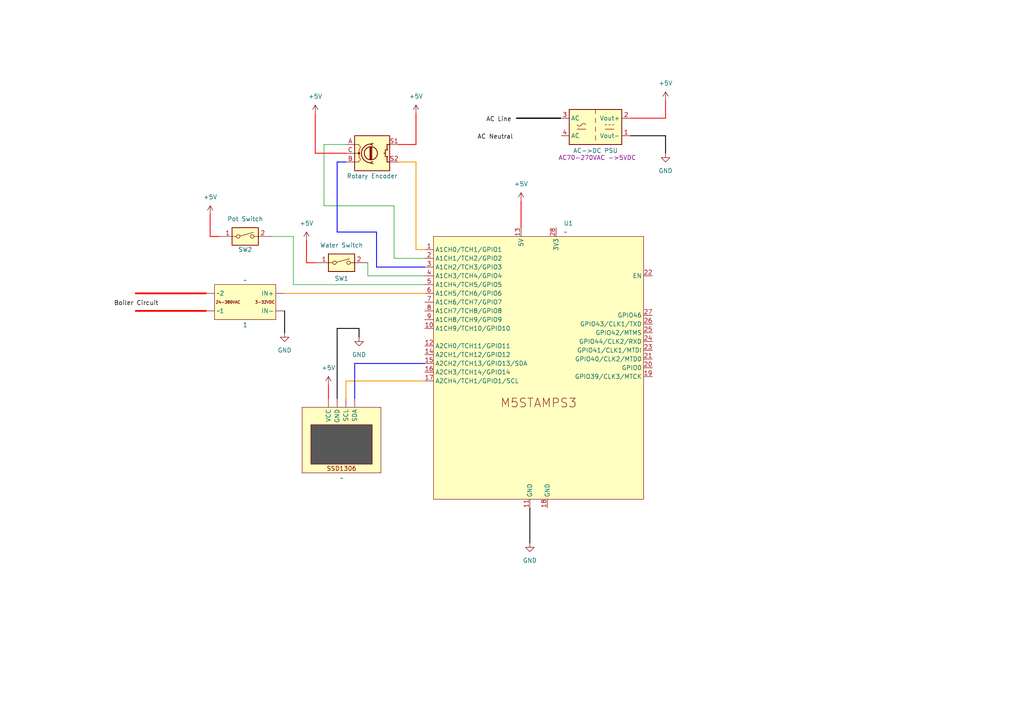
<source format=kicad_sch>
(kicad_sch
	(version 20250114)
	(generator "eeschema")
	(generator_version "9.0")
	(uuid "8770c57a-2347-4353-ab82-799d45d85d3c")
	(paper "A4")
	(lib_symbols
		(symbol "Converter_ACDC:TMLM05105"
			(exclude_from_sim no)
			(in_bom yes)
			(on_board yes)
			(property "Reference" "PS"
				(at 0 6.35 0)
				(effects
					(font
						(size 1.27 1.27)
					)
				)
			)
			(property "Value" "TMLM05105"
				(at 0 -6.35 0)
				(effects
					(font
						(size 1.27 1.27)
					)
				)
			)
			(property "Footprint" "Converter_ACDC:Converter_ACDC_TRACO_TMLM-05_THT"
				(at 0 -8.89 0)
				(effects
					(font
						(size 1.27 1.27)
					)
					(hide yes)
				)
			)
			(property "Datasheet" "https://www.tracopower.com/products/tmlm.pdf"
				(at 0 0 0)
				(effects
					(font
						(size 1.27 1.27)
					)
					(hide yes)
				)
			)
			(property "Description" "5V 1000mA AC/DC low noise power module"
				(at 0 0 0)
				(effects
					(font
						(size 1.27 1.27)
					)
					(hide yes)
				)
			)
			(property "ki_keywords" "Traco Power 5W AC-DC module power supply"
				(at 0 0 0)
				(effects
					(font
						(size 1.27 1.27)
					)
					(hide yes)
				)
			)
			(property "ki_fp_filters" "Converter*ACDC*TRACO*TMLM*05*"
				(at 0 0 0)
				(effects
					(font
						(size 1.27 1.27)
					)
					(hide yes)
				)
			)
			(symbol "TMLM05105_0_1"
				(rectangle
					(start -7.62 5.08)
					(end 7.62 -5.08)
					(stroke
						(width 0.254)
						(type default)
					)
					(fill
						(type background)
					)
				)
				(polyline
					(pts
						(xy -5.334 -0.635) (xy -2.794 -0.635)
					)
					(stroke
						(width 0)
						(type default)
					)
					(fill
						(type none)
					)
				)
				(arc
					(start -4.064 0.635)
					(mid -4.699 0.2495)
					(end -5.334 0.635)
					(stroke
						(width 0)
						(type default)
					)
					(fill
						(type none)
					)
				)
				(arc
					(start -4.064 0.635)
					(mid -3.429 1.0072)
					(end -2.794 0.635)
					(stroke
						(width 0)
						(type default)
					)
					(fill
						(type none)
					)
				)
				(polyline
					(pts
						(xy 0 5.08) (xy 0 3.81)
					)
					(stroke
						(width 0)
						(type default)
					)
					(fill
						(type none)
					)
				)
				(polyline
					(pts
						(xy 0 2.54) (xy 0 1.27)
					)
					(stroke
						(width 0)
						(type default)
					)
					(fill
						(type none)
					)
				)
				(polyline
					(pts
						(xy 0 0) (xy 0 -1.27)
					)
					(stroke
						(width 0)
						(type default)
					)
					(fill
						(type none)
					)
				)
				(polyline
					(pts
						(xy 0 -2.54) (xy 0 -3.81)
					)
					(stroke
						(width 0)
						(type default)
					)
					(fill
						(type none)
					)
				)
				(polyline
					(pts
						(xy 2.794 0.635) (xy 3.302 0.635)
					)
					(stroke
						(width 0)
						(type default)
					)
					(fill
						(type none)
					)
				)
				(polyline
					(pts
						(xy 2.794 -0.635) (xy 5.334 -0.635)
					)
					(stroke
						(width 0)
						(type default)
					)
					(fill
						(type none)
					)
				)
				(polyline
					(pts
						(xy 3.81 0.635) (xy 4.318 0.635)
					)
					(stroke
						(width 0)
						(type default)
					)
					(fill
						(type none)
					)
				)
				(polyline
					(pts
						(xy 4.826 0.635) (xy 5.334 0.635)
					)
					(stroke
						(width 0)
						(type default)
					)
					(fill
						(type none)
					)
				)
			)
			(symbol "TMLM05105_1_1"
				(pin power_in line
					(at -10.16 2.54 0)
					(length 2.54)
					(name "AC"
						(effects
							(font
								(size 1.27 1.27)
							)
						)
					)
					(number "3"
						(effects
							(font
								(size 1.27 1.27)
							)
						)
					)
				)
				(pin power_in line
					(at -10.16 -2.54 0)
					(length 2.54)
					(name "AC"
						(effects
							(font
								(size 1.27 1.27)
							)
						)
					)
					(number "4"
						(effects
							(font
								(size 1.27 1.27)
							)
						)
					)
				)
				(pin power_out line
					(at 10.16 2.54 180)
					(length 2.54)
					(name "Vout+"
						(effects
							(font
								(size 1.27 1.27)
							)
						)
					)
					(number "2"
						(effects
							(font
								(size 1.27 1.27)
							)
						)
					)
				)
				(pin power_out line
					(at 10.16 -2.54 180)
					(length 2.54)
					(name "Vout-"
						(effects
							(font
								(size 1.27 1.27)
							)
						)
					)
					(number "1"
						(effects
							(font
								(size 1.27 1.27)
							)
						)
					)
				)
			)
			(embedded_fonts no)
		)
		(symbol "Device:RotaryEncoder_Switch"
			(pin_names
				(offset 0.254)
				(hide yes)
			)
			(exclude_from_sim no)
			(in_bom yes)
			(on_board yes)
			(property "Reference" "SW"
				(at 0 6.604 0)
				(effects
					(font
						(size 1.27 1.27)
					)
				)
			)
			(property "Value" "RotaryEncoder_Switch"
				(at 0 -6.604 0)
				(effects
					(font
						(size 1.27 1.27)
					)
				)
			)
			(property "Footprint" ""
				(at -3.81 4.064 0)
				(effects
					(font
						(size 1.27 1.27)
					)
					(hide yes)
				)
			)
			(property "Datasheet" "~"
				(at 0 6.604 0)
				(effects
					(font
						(size 1.27 1.27)
					)
					(hide yes)
				)
			)
			(property "Description" "Rotary encoder, dual channel, incremental quadrate outputs, with switch"
				(at 0 0 0)
				(effects
					(font
						(size 1.27 1.27)
					)
					(hide yes)
				)
			)
			(property "ki_keywords" "rotary switch encoder switch push button"
				(at 0 0 0)
				(effects
					(font
						(size 1.27 1.27)
					)
					(hide yes)
				)
			)
			(property "ki_fp_filters" "RotaryEncoder*Switch*"
				(at 0 0 0)
				(effects
					(font
						(size 1.27 1.27)
					)
					(hide yes)
				)
			)
			(symbol "RotaryEncoder_Switch_0_1"
				(rectangle
					(start -5.08 5.08)
					(end 5.08 -5.08)
					(stroke
						(width 0.254)
						(type default)
					)
					(fill
						(type background)
					)
				)
				(polyline
					(pts
						(xy -5.08 2.54) (xy -3.81 2.54) (xy -3.81 2.032)
					)
					(stroke
						(width 0)
						(type default)
					)
					(fill
						(type none)
					)
				)
				(polyline
					(pts
						(xy -5.08 0) (xy -3.81 0) (xy -3.81 -1.016) (xy -3.302 -2.032)
					)
					(stroke
						(width 0)
						(type default)
					)
					(fill
						(type none)
					)
				)
				(polyline
					(pts
						(xy -5.08 -2.54) (xy -3.81 -2.54) (xy -3.81 -2.032)
					)
					(stroke
						(width 0)
						(type default)
					)
					(fill
						(type none)
					)
				)
				(polyline
					(pts
						(xy -4.318 0) (xy -3.81 0) (xy -3.81 1.016) (xy -3.302 2.032)
					)
					(stroke
						(width 0)
						(type default)
					)
					(fill
						(type none)
					)
				)
				(circle
					(center -3.81 0)
					(radius 0.254)
					(stroke
						(width 0)
						(type default)
					)
					(fill
						(type outline)
					)
				)
				(polyline
					(pts
						(xy -0.635 -1.778) (xy -0.635 1.778)
					)
					(stroke
						(width 0.254)
						(type default)
					)
					(fill
						(type none)
					)
				)
				(circle
					(center -0.381 0)
					(radius 1.905)
					(stroke
						(width 0.254)
						(type default)
					)
					(fill
						(type none)
					)
				)
				(polyline
					(pts
						(xy -0.381 -1.778) (xy -0.381 1.778)
					)
					(stroke
						(width 0.254)
						(type default)
					)
					(fill
						(type none)
					)
				)
				(arc
					(start -0.381 -2.794)
					(mid -3.0988 -0.0635)
					(end -0.381 2.667)
					(stroke
						(width 0.254)
						(type default)
					)
					(fill
						(type none)
					)
				)
				(polyline
					(pts
						(xy -0.127 1.778) (xy -0.127 -1.778)
					)
					(stroke
						(width 0.254)
						(type default)
					)
					(fill
						(type none)
					)
				)
				(polyline
					(pts
						(xy 0.254 2.921) (xy -0.508 2.667) (xy 0.127 2.286)
					)
					(stroke
						(width 0.254)
						(type default)
					)
					(fill
						(type none)
					)
				)
				(polyline
					(pts
						(xy 0.254 -3.048) (xy -0.508 -2.794) (xy 0.127 -2.413)
					)
					(stroke
						(width 0.254)
						(type default)
					)
					(fill
						(type none)
					)
				)
				(polyline
					(pts
						(xy 3.81 1.016) (xy 3.81 -1.016)
					)
					(stroke
						(width 0.254)
						(type default)
					)
					(fill
						(type none)
					)
				)
				(polyline
					(pts
						(xy 3.81 0) (xy 3.429 0)
					)
					(stroke
						(width 0.254)
						(type default)
					)
					(fill
						(type none)
					)
				)
				(circle
					(center 4.318 1.016)
					(radius 0.127)
					(stroke
						(width 0.254)
						(type default)
					)
					(fill
						(type none)
					)
				)
				(circle
					(center 4.318 -1.016)
					(radius 0.127)
					(stroke
						(width 0.254)
						(type default)
					)
					(fill
						(type none)
					)
				)
				(polyline
					(pts
						(xy 5.08 2.54) (xy 4.318 2.54) (xy 4.318 1.016)
					)
					(stroke
						(width 0.254)
						(type default)
					)
					(fill
						(type none)
					)
				)
				(polyline
					(pts
						(xy 5.08 -2.54) (xy 4.318 -2.54) (xy 4.318 -1.016)
					)
					(stroke
						(width 0.254)
						(type default)
					)
					(fill
						(type none)
					)
				)
			)
			(symbol "RotaryEncoder_Switch_1_1"
				(pin passive line
					(at -7.62 2.54 0)
					(length 2.54)
					(name "A"
						(effects
							(font
								(size 1.27 1.27)
							)
						)
					)
					(number "A"
						(effects
							(font
								(size 1.27 1.27)
							)
						)
					)
				)
				(pin passive line
					(at -7.62 0 0)
					(length 2.54)
					(name "C"
						(effects
							(font
								(size 1.27 1.27)
							)
						)
					)
					(number "C"
						(effects
							(font
								(size 1.27 1.27)
							)
						)
					)
				)
				(pin passive line
					(at -7.62 -2.54 0)
					(length 2.54)
					(name "B"
						(effects
							(font
								(size 1.27 1.27)
							)
						)
					)
					(number "B"
						(effects
							(font
								(size 1.27 1.27)
							)
						)
					)
				)
				(pin passive line
					(at 7.62 2.54 180)
					(length 2.54)
					(name "S1"
						(effects
							(font
								(size 1.27 1.27)
							)
						)
					)
					(number "S1"
						(effects
							(font
								(size 1.27 1.27)
							)
						)
					)
				)
				(pin passive line
					(at 7.62 -2.54 180)
					(length 2.54)
					(name "S2"
						(effects
							(font
								(size 1.27 1.27)
							)
						)
					)
					(number "S2"
						(effects
							(font
								(size 1.27 1.27)
							)
						)
					)
				)
			)
			(embedded_fonts no)
		)
		(symbol "M5_Hardware:M5STAMPS3"
			(exclude_from_sim no)
			(in_bom yes)
			(on_board yes)
			(property "Reference" "U"
				(at -48.26 -2.54 0)
				(effects
					(font
						(size 1.27 1.27)
					)
				)
			)
			(property "Value" ""
				(at -48.26 -2.54 0)
				(effects
					(font
						(size 1.27 1.27)
					)
				)
			)
			(property "Footprint" ""
				(at -48.26 -2.54 0)
				(effects
					(font
						(size 1.27 1.27)
					)
					(hide yes)
				)
			)
			(property "Datasheet" ""
				(at -48.26 -2.54 0)
				(effects
					(font
						(size 1.27 1.27)
					)
					(hide yes)
				)
			)
			(property "Description" "Module M5Stack Stamp-S3"
				(at 0 0 0)
				(effects
					(font
						(size 1.27 1.27)
					)
					(hide yes)
				)
			)
			(symbol "M5STAMPS3_0_1"
				(rectangle
					(start -30.48 36.83)
					(end 30.48 -39.37)
					(stroke
						(width 0)
						(type default)
					)
					(fill
						(type background)
					)
				)
			)
			(symbol "M5STAMPS3_1_0"
				(text "M5STAMPS3\n"
					(at 0 -11.43 0)
					(effects
						(font
							(size 2.54 2.54)
						)
					)
				)
			)
			(symbol "M5STAMPS3_1_1"
				(pin bidirectional line
					(at -33.02 33.02 0)
					(length 2.54)
					(name "A1CH0/TCH1/GPIO1"
						(effects
							(font
								(size 1.27 1.27)
							)
						)
					)
					(number "1"
						(effects
							(font
								(size 1.27 1.27)
							)
						)
					)
				)
				(pin bidirectional line
					(at -33.02 30.48 0)
					(length 2.54)
					(name "A1CH1/TCH2/GPIO2"
						(effects
							(font
								(size 1.27 1.27)
							)
						)
					)
					(number "2"
						(effects
							(font
								(size 1.27 1.27)
							)
						)
					)
				)
				(pin bidirectional line
					(at -33.02 27.94 0)
					(length 2.54)
					(name "A1CH2/TCH3/GPIO3"
						(effects
							(font
								(size 1.27 1.27)
							)
						)
					)
					(number "3"
						(effects
							(font
								(size 1.27 1.27)
							)
						)
					)
				)
				(pin bidirectional line
					(at -33.02 25.4 0)
					(length 2.54)
					(name "A1CH3/TCH4/GPIO4"
						(effects
							(font
								(size 1.27 1.27)
							)
						)
					)
					(number "4"
						(effects
							(font
								(size 1.27 1.27)
							)
						)
					)
				)
				(pin bidirectional line
					(at -33.02 22.86 0)
					(length 2.54)
					(name "A1CH4/TCH5/GPIO5"
						(effects
							(font
								(size 1.27 1.27)
							)
						)
					)
					(number "5"
						(effects
							(font
								(size 1.27 1.27)
							)
						)
					)
				)
				(pin bidirectional line
					(at -33.02 20.32 0)
					(length 2.54)
					(name "A1CH5/TCH6/GPIO6"
						(effects
							(font
								(size 1.27 1.27)
							)
						)
					)
					(number "6"
						(effects
							(font
								(size 1.27 1.27)
							)
						)
					)
				)
				(pin bidirectional line
					(at -33.02 17.78 0)
					(length 2.54)
					(name "A1CH6/TCH7/GPIO7"
						(effects
							(font
								(size 1.27 1.27)
							)
						)
					)
					(number "7"
						(effects
							(font
								(size 1.27 1.27)
							)
						)
					)
				)
				(pin bidirectional line
					(at -33.02 15.24 0)
					(length 2.54)
					(name "A1CH7/TCH8/GPIO8"
						(effects
							(font
								(size 1.27 1.27)
							)
						)
					)
					(number "8"
						(effects
							(font
								(size 1.27 1.27)
							)
						)
					)
				)
				(pin bidirectional line
					(at -33.02 12.7 0)
					(length 2.54)
					(name "A1CH8/TCH9/GPIO9"
						(effects
							(font
								(size 1.27 1.27)
							)
						)
					)
					(number "9"
						(effects
							(font
								(size 1.27 1.27)
							)
						)
					)
				)
				(pin bidirectional line
					(at -33.02 10.16 0)
					(length 2.54)
					(name "A1CH9/TCH10/GPIO10"
						(effects
							(font
								(size 1.27 1.27)
							)
						)
					)
					(number "10"
						(effects
							(font
								(size 1.27 1.27)
							)
						)
					)
				)
				(pin bidirectional line
					(at -33.02 5.08 0)
					(length 2.54)
					(name "A2CH0/TCH11/GPIO11"
						(effects
							(font
								(size 1.27 1.27)
							)
						)
					)
					(number "12"
						(effects
							(font
								(size 1.27 1.27)
							)
						)
					)
				)
				(pin bidirectional line
					(at -33.02 2.54 0)
					(length 2.54)
					(name "A2CH1/TCH12/GPIO12"
						(effects
							(font
								(size 1.27 1.27)
							)
						)
					)
					(number "14"
						(effects
							(font
								(size 1.27 1.27)
							)
						)
					)
				)
				(pin bidirectional line
					(at -33.02 0 0)
					(length 2.54)
					(name "A2CH2/TCH13/GPIO13/SDA"
						(effects
							(font
								(size 1.27 1.27)
							)
						)
					)
					(number "15"
						(effects
							(font
								(size 1.27 1.27)
							)
						)
					)
				)
				(pin bidirectional line
					(at -33.02 -2.54 0)
					(length 2.54)
					(name "A2CH3/TCH14/GPIO14"
						(effects
							(font
								(size 1.27 1.27)
							)
						)
					)
					(number "16"
						(effects
							(font
								(size 1.27 1.27)
							)
						)
					)
				)
				(pin bidirectional line
					(at -33.02 -5.08 0)
					(length 2.54)
					(name "A2CH4/TCH1/GPIO1/SCL"
						(effects
							(font
								(size 1.27 1.27)
							)
						)
					)
					(number "17"
						(effects
							(font
								(size 1.27 1.27)
							)
						)
					)
				)
				(pin power_in line
					(at -5.08 39.37 270)
					(length 2.54)
					(name "5V"
						(effects
							(font
								(size 1.27 1.27)
							)
						)
					)
					(number "13"
						(effects
							(font
								(size 1.27 1.27)
							)
						)
					)
				)
				(pin power_in line
					(at -2.54 -41.91 90)
					(length 2.54)
					(name "GND"
						(effects
							(font
								(size 1.27 1.27)
							)
						)
					)
					(number "11"
						(effects
							(font
								(size 1.27 1.27)
							)
						)
					)
				)
				(pin power_in line
					(at 2.54 -41.91 90)
					(length 2.54)
					(name "GND"
						(effects
							(font
								(size 1.27 1.27)
							)
						)
					)
					(number "18"
						(effects
							(font
								(size 1.27 1.27)
							)
						)
					)
				)
				(pin power_in line
					(at 5.08 39.37 270)
					(length 2.54)
					(name "3V3"
						(effects
							(font
								(size 1.27 1.27)
							)
						)
					)
					(number "28"
						(effects
							(font
								(size 1.27 1.27)
							)
						)
					)
				)
				(pin input line
					(at 33.02 25.4 180)
					(length 2.54)
					(name "EN"
						(effects
							(font
								(size 1.27 1.27)
							)
						)
					)
					(number "22"
						(effects
							(font
								(size 1.27 1.27)
							)
						)
					)
				)
				(pin bidirectional line
					(at 33.02 13.97 180)
					(length 2.54)
					(name "GPIO46"
						(effects
							(font
								(size 1.27 1.27)
							)
						)
					)
					(number "27"
						(effects
							(font
								(size 1.27 1.27)
							)
						)
					)
				)
				(pin bidirectional line
					(at 33.02 11.43 180)
					(length 2.54)
					(name "GPIO43/CLK1/TXD"
						(effects
							(font
								(size 1.27 1.27)
							)
						)
					)
					(number "26"
						(effects
							(font
								(size 1.27 1.27)
							)
						)
					)
				)
				(pin bidirectional line
					(at 33.02 8.89 180)
					(length 2.54)
					(name "GPIO42/MTMS"
						(effects
							(font
								(size 1.27 1.27)
							)
						)
					)
					(number "25"
						(effects
							(font
								(size 1.27 1.27)
							)
						)
					)
				)
				(pin bidirectional line
					(at 33.02 6.35 180)
					(length 2.54)
					(name "GPIO44/CLK2/RXD"
						(effects
							(font
								(size 1.27 1.27)
							)
						)
					)
					(number "24"
						(effects
							(font
								(size 1.27 1.27)
							)
						)
					)
				)
				(pin bidirectional line
					(at 33.02 3.81 180)
					(length 2.54)
					(name "GPIO41/CLK1/MTDI"
						(effects
							(font
								(size 1.27 1.27)
							)
						)
					)
					(number "23"
						(effects
							(font
								(size 1.27 1.27)
							)
						)
					)
				)
				(pin bidirectional line
					(at 33.02 1.27 180)
					(length 2.54)
					(name "GPIO40/CLK2/MTD0"
						(effects
							(font
								(size 1.27 1.27)
							)
						)
					)
					(number "21"
						(effects
							(font
								(size 1.27 1.27)
							)
						)
					)
				)
				(pin bidirectional line
					(at 33.02 -1.27 180)
					(length 2.54)
					(name "GPIO0"
						(effects
							(font
								(size 1.27 1.27)
							)
						)
					)
					(number "20"
						(effects
							(font
								(size 1.27 1.27)
							)
						)
					)
				)
				(pin bidirectional line
					(at 33.02 -3.81 180)
					(length 2.54)
					(name "GPIO39/CLK3/MTCK"
						(effects
							(font
								(size 1.27 1.27)
							)
						)
					)
					(number "19"
						(effects
							(font
								(size 1.27 1.27)
							)
						)
					)
				)
			)
			(embedded_fonts no)
		)
		(symbol "Switch:SW_DIP_x01"
			(pin_names
				(offset 0)
				(hide yes)
			)
			(exclude_from_sim no)
			(in_bom yes)
			(on_board yes)
			(property "Reference" "SW"
				(at 0 3.81 0)
				(effects
					(font
						(size 1.27 1.27)
					)
				)
			)
			(property "Value" "SW_DIP_x01"
				(at 0 -3.81 0)
				(effects
					(font
						(size 1.27 1.27)
					)
				)
			)
			(property "Footprint" ""
				(at 0 0 0)
				(effects
					(font
						(size 1.27 1.27)
					)
					(hide yes)
				)
			)
			(property "Datasheet" "~"
				(at 0 0 0)
				(effects
					(font
						(size 1.27 1.27)
					)
					(hide yes)
				)
			)
			(property "Description" "1x DIP Switch, Single Pole Single Throw (SPST) switch, small symbol"
				(at 0 0 0)
				(effects
					(font
						(size 1.27 1.27)
					)
					(hide yes)
				)
			)
			(property "ki_keywords" "dip switch"
				(at 0 0 0)
				(effects
					(font
						(size 1.27 1.27)
					)
					(hide yes)
				)
			)
			(property "ki_fp_filters" "SW?DIP?x1*"
				(at 0 0 0)
				(effects
					(font
						(size 1.27 1.27)
					)
					(hide yes)
				)
			)
			(symbol "SW_DIP_x01_0_0"
				(circle
					(center -2.032 0)
					(radius 0.508)
					(stroke
						(width 0)
						(type default)
					)
					(fill
						(type none)
					)
				)
				(polyline
					(pts
						(xy -1.524 0.127) (xy 2.3622 1.1684)
					)
					(stroke
						(width 0)
						(type default)
					)
					(fill
						(type none)
					)
				)
				(circle
					(center 2.032 0)
					(radius 0.508)
					(stroke
						(width 0)
						(type default)
					)
					(fill
						(type none)
					)
				)
			)
			(symbol "SW_DIP_x01_0_1"
				(rectangle
					(start -3.81 2.54)
					(end 3.81 -2.54)
					(stroke
						(width 0.254)
						(type default)
					)
					(fill
						(type background)
					)
				)
			)
			(symbol "SW_DIP_x01_1_1"
				(pin passive line
					(at -7.62 0 0)
					(length 5.08)
					(name "~"
						(effects
							(font
								(size 1.27 1.27)
							)
						)
					)
					(number "1"
						(effects
							(font
								(size 1.27 1.27)
							)
						)
					)
				)
				(pin passive line
					(at 7.62 0 180)
					(length 5.08)
					(name "~"
						(effects
							(font
								(size 1.27 1.27)
							)
						)
					)
					(number "2"
						(effects
							(font
								(size 1.27 1.27)
							)
						)
					)
				)
			)
			(embedded_fonts no)
		)
		(symbol "power:+5V"
			(power)
			(pin_numbers
				(hide yes)
			)
			(pin_names
				(offset 0)
				(hide yes)
			)
			(exclude_from_sim no)
			(in_bom yes)
			(on_board yes)
			(property "Reference" "#PWR"
				(at 0 -3.81 0)
				(effects
					(font
						(size 1.27 1.27)
					)
					(hide yes)
				)
			)
			(property "Value" "+5V"
				(at 0 3.556 0)
				(effects
					(font
						(size 1.27 1.27)
					)
				)
			)
			(property "Footprint" ""
				(at 0 0 0)
				(effects
					(font
						(size 1.27 1.27)
					)
					(hide yes)
				)
			)
			(property "Datasheet" ""
				(at 0 0 0)
				(effects
					(font
						(size 1.27 1.27)
					)
					(hide yes)
				)
			)
			(property "Description" "Power symbol creates a global label with name \"+5V\""
				(at 0 0 0)
				(effects
					(font
						(size 1.27 1.27)
					)
					(hide yes)
				)
			)
			(property "ki_keywords" "global power"
				(at 0 0 0)
				(effects
					(font
						(size 1.27 1.27)
					)
					(hide yes)
				)
			)
			(symbol "+5V_0_1"
				(polyline
					(pts
						(xy -0.762 1.27) (xy 0 2.54)
					)
					(stroke
						(width 0)
						(type default)
					)
					(fill
						(type none)
					)
				)
				(polyline
					(pts
						(xy 0 2.54) (xy 0.762 1.27)
					)
					(stroke
						(width 0)
						(type default)
					)
					(fill
						(type none)
					)
				)
				(polyline
					(pts
						(xy 0 0) (xy 0 2.54)
					)
					(stroke
						(width 0)
						(type default)
					)
					(fill
						(type none)
					)
				)
			)
			(symbol "+5V_1_1"
				(pin power_in line
					(at 0 0 90)
					(length 0)
					(name "~"
						(effects
							(font
								(size 1.27 1.27)
							)
						)
					)
					(number "1"
						(effects
							(font
								(size 1.27 1.27)
							)
						)
					)
				)
			)
			(embedded_fonts no)
		)
		(symbol "power:GND"
			(power)
			(pin_numbers
				(hide yes)
			)
			(pin_names
				(offset 0)
				(hide yes)
			)
			(exclude_from_sim no)
			(in_bom yes)
			(on_board yes)
			(property "Reference" "#PWR"
				(at 0 -6.35 0)
				(effects
					(font
						(size 1.27 1.27)
					)
					(hide yes)
				)
			)
			(property "Value" "GND"
				(at 0 -3.81 0)
				(effects
					(font
						(size 1.27 1.27)
					)
				)
			)
			(property "Footprint" ""
				(at 0 0 0)
				(effects
					(font
						(size 1.27 1.27)
					)
					(hide yes)
				)
			)
			(property "Datasheet" ""
				(at 0 0 0)
				(effects
					(font
						(size 1.27 1.27)
					)
					(hide yes)
				)
			)
			(property "Description" "Power symbol creates a global label with name \"GND\" , ground"
				(at 0 0 0)
				(effects
					(font
						(size 1.27 1.27)
					)
					(hide yes)
				)
			)
			(property "ki_keywords" "global power"
				(at 0 0 0)
				(effects
					(font
						(size 1.27 1.27)
					)
					(hide yes)
				)
			)
			(symbol "GND_0_1"
				(polyline
					(pts
						(xy 0 0) (xy 0 -1.27) (xy 1.27 -1.27) (xy 0 -2.54) (xy -1.27 -1.27) (xy 0 -1.27)
					)
					(stroke
						(width 0)
						(type default)
					)
					(fill
						(type none)
					)
				)
			)
			(symbol "GND_1_1"
				(pin power_in line
					(at 0 0 270)
					(length 0)
					(name "~"
						(effects
							(font
								(size 1.27 1.27)
							)
						)
					)
					(number "1"
						(effects
							(font
								(size 1.27 1.27)
							)
						)
					)
				)
			)
			(embedded_fonts no)
		)
		(symbol "symbols:SSD1306"
			(exclude_from_sim no)
			(in_bom yes)
			(on_board yes)
			(property "Reference" "SSD1306"
				(at 0 -22.86 0)
				(effects
					(font
						(size 1.27 1.27)
					)
				)
			)
			(property "Value" "~"
				(at -0.508 -20.574 0)
				(effects
					(font
						(size 1.27 1.27)
					)
					(justify left)
				)
			)
			(property "Footprint" ""
				(at 0 0 0)
				(effects
					(font
						(size 1.27 1.27)
					)
					(hide yes)
				)
			)
			(property "Datasheet" ""
				(at 0 0 0)
				(effects
					(font
						(size 1.27 1.27)
					)
					(hide yes)
				)
			)
			(property "Description" ""
				(at 0 0 0)
				(effects
					(font
						(size 1.27 1.27)
					)
					(hide yes)
				)
			)
			(symbol "SSD1306_0_1"
				(rectangle
					(start -11.43 0)
					(end 11.43 -19.05)
					(stroke
						(width 0)
						(type default)
					)
					(fill
						(type background)
					)
				)
				(rectangle
					(start -8.89 -5.08)
					(end 8.89 -16.51)
					(stroke
						(width 0)
						(type default)
					)
					(fill
						(type color)
						(color 88 88 88 1)
					)
				)
			)
			(symbol "SSD1306_1_1"
				(text "SSD1306"
					(at 0 -17.78 0)
					(effects
						(font
							(size 1.27 1.27)
						)
					)
				)
				(pin power_in line
					(at -3.81 2.54 270)
					(length 2.54)
					(name "VCC"
						(effects
							(font
								(size 1.27 1.27)
							)
						)
					)
					(number ""
						(effects
							(font
								(size 1.27 1.27)
							)
						)
					)
				)
				(pin power_in line
					(at -1.27 2.54 270)
					(length 2.54)
					(name "GND"
						(effects
							(font
								(size 1.27 1.27)
							)
						)
					)
					(number ""
						(effects
							(font
								(size 1.27 1.27)
							)
						)
					)
				)
				(pin bidirectional line
					(at 1.27 2.54 270)
					(length 2.54)
					(name "SCL"
						(effects
							(font
								(size 1.27 1.27)
							)
						)
					)
					(number ""
						(effects
							(font
								(size 1.27 1.27)
							)
						)
					)
				)
				(pin bidirectional line
					(at 3.81 2.54 270)
					(length 2.54)
					(name "SDA"
						(effects
							(font
								(size 1.27 1.27)
							)
						)
					)
					(number ""
						(effects
							(font
								(size 1.27 1.27)
							)
						)
					)
				)
			)
			(embedded_fonts no)
		)
		(symbol "symbols:SSR"
			(exclude_from_sim no)
			(in_bom yes)
			(on_board yes)
			(property "Reference" ""
				(at 0 0 0)
				(effects
					(font
						(size 1.27 1.27)
					)
				)
			)
			(property "Value" ""
				(at 0 0 0)
				(effects
					(font
						(size 1.27 1.27)
					)
				)
			)
			(property "Footprint" ""
				(at 0 0 0)
				(effects
					(font
						(size 1.27 1.27)
					)
					(hide yes)
				)
			)
			(property "Datasheet" ""
				(at 0 0 0)
				(effects
					(font
						(size 1.27 1.27)
					)
					(hide yes)
				)
			)
			(property "Description" ""
				(at 0 0 0)
				(effects
					(font
						(size 1.27 1.27)
					)
					(hide yes)
				)
			)
			(symbol "SSR_0_1"
				(rectangle
					(start -8.89 5.08)
					(end 8.89 -5.08)
					(stroke
						(width 0)
						(type default)
					)
					(fill
						(type background)
					)
				)
			)
			(symbol "SSR_1_1"
				(text "24-380VAC"
					(at -8.636 0 0)
					(effects
						(font
							(size 0.8128 0.8128)
						)
						(justify left)
					)
				)
				(text "3-32VDC"
					(at 8.636 0 0)
					(effects
						(font
							(size 0.8128 0.8128)
						)
						(justify right)
					)
				)
				(pin power_out line
					(at -11.43 2.54 0)
					(length 2.54)
					(name "~2"
						(effects
							(font
								(size 1.27 1.27)
							)
						)
					)
					(number ""
						(effects
							(font
								(size 1.27 1.27)
							)
						)
					)
				)
				(pin power_out line
					(at -11.43 -2.54 0)
					(length 2.54)
					(name "~1"
						(effects
							(font
								(size 1.27 1.27)
							)
						)
					)
					(number ""
						(effects
							(font
								(size 1.27 1.27)
							)
						)
					)
				)
				(pin power_in line
					(at 11.43 2.54 180)
					(length 2.54)
					(name "IN+"
						(effects
							(font
								(size 1.27 1.27)
							)
						)
					)
					(number ""
						(effects
							(font
								(size 1.27 1.27)
							)
						)
					)
				)
				(pin power_in line
					(at 11.43 -2.54 180)
					(length 2.54)
					(name "IN-"
						(effects
							(font
								(size 1.27 1.27)
							)
						)
					)
					(number ""
						(effects
							(font
								(size 1.27 1.27)
							)
						)
					)
				)
			)
			(embedded_fonts no)
		)
	)
	(wire
		(pts
			(xy 104.14 95.25) (xy 104.14 97.79)
		)
		(stroke
			(width 0.254)
			(type default)
			(color 0 0 0 1)
		)
		(uuid "0af07b92-a684-4634-8e5e-671324abfa5b")
	)
	(wire
		(pts
			(xy 93.98 41.91) (xy 93.98 59.69)
		)
		(stroke
			(width 0)
			(type default)
		)
		(uuid "0dd1336e-1d44-4f8a-bd81-6e5a17350787")
	)
	(wire
		(pts
			(xy 78.74 68.58) (xy 85.09 68.58)
		)
		(stroke
			(width 0)
			(type default)
		)
		(uuid "136ec602-dc75-4de3-905e-3b4dff53311d")
	)
	(wire
		(pts
			(xy 97.79 115.57) (xy 97.79 95.25)
		)
		(stroke
			(width 0.254)
			(type default)
			(color 0 0 0 1)
		)
		(uuid "18c4cab7-d170-4ebc-9b08-c537653b2651")
	)
	(wire
		(pts
			(xy 193.04 29.21) (xy 193.04 34.29)
		)
		(stroke
			(width 0.254)
			(type default)
			(color 255 0 0 1)
		)
		(uuid "19c4d118-2323-4653-a4e5-b77820b2acb2")
	)
	(wire
		(pts
			(xy 106.68 80.01) (xy 106.68 76.2)
		)
		(stroke
			(width 0)
			(type default)
		)
		(uuid "1e2b8528-0400-4c21-9072-626bb86a6d95")
	)
	(wire
		(pts
			(xy 91.44 33.02) (xy 91.44 44.45)
		)
		(stroke
			(width 0.254)
			(type default)
			(color 255 0 0 1)
		)
		(uuid "30675405-7f3c-4f62-8326-b97162c57289")
	)
	(wire
		(pts
			(xy 97.79 67.31) (xy 109.22 67.31)
		)
		(stroke
			(width 0.254)
			(type default)
			(color 0 0 255 1)
		)
		(uuid "34a60b6f-f0cd-4809-9e31-589bc2fb9a9d")
	)
	(wire
		(pts
			(xy 60.96 68.58) (xy 60.96 62.23)
		)
		(stroke
			(width 0.254)
			(type default)
			(color 255 0 0 1)
		)
		(uuid "37def02a-7535-4bd4-9f56-057d82b2f389")
	)
	(wire
		(pts
			(xy 120.65 41.91) (xy 115.57 41.91)
		)
		(stroke
			(width 0.254)
			(type default)
			(color 255 0 0 1)
		)
		(uuid "38c3da2c-bb4f-49ad-903e-274dc5dd206a")
	)
	(wire
		(pts
			(xy 109.22 77.47) (xy 123.19 77.47)
		)
		(stroke
			(width 0.254)
			(type default)
			(color 0 0 255 1)
		)
		(uuid "3f634369-6783-4188-aee8-30a0a77341ff")
	)
	(wire
		(pts
			(xy 88.9 76.2) (xy 91.44 76.2)
		)
		(stroke
			(width 0.254)
			(type default)
			(color 255 0 0 1)
		)
		(uuid "4527ef52-3c85-4223-bd31-b107191e25d2")
	)
	(wire
		(pts
			(xy 193.04 39.37) (xy 193.04 44.45)
		)
		(stroke
			(width 0.254)
			(type default)
			(color 0 0 0 1)
		)
		(uuid "460432a3-dde7-466a-8667-e7b0d28421c4")
	)
	(wire
		(pts
			(xy 82.55 85.09) (xy 123.19 85.09)
		)
		(stroke
			(width 0.254)
			(type default)
			(color 255 153 0 1)
		)
		(uuid "4ae06a1e-e93f-425e-bbf8-c1e7a0e86b28")
	)
	(wire
		(pts
			(xy 100.33 41.91) (xy 93.98 41.91)
		)
		(stroke
			(width 0)
			(type default)
		)
		(uuid "4cc2adc7-b078-487a-8c17-59455ddb8818")
	)
	(wire
		(pts
			(xy 91.44 44.45) (xy 100.33 44.45)
		)
		(stroke
			(width 0.254)
			(type default)
			(color 255 0 0 1)
		)
		(uuid "5472d65a-d7ae-4383-abbd-48390614d71b")
	)
	(wire
		(pts
			(xy 114.3 59.69) (xy 114.3 74.93)
		)
		(stroke
			(width 0)
			(type default)
		)
		(uuid "54c34118-a843-44eb-ac50-bc53c25fc812")
	)
	(wire
		(pts
			(xy 151.13 58.42) (xy 151.13 66.04)
		)
		(stroke
			(width 0.254)
			(type default)
			(color 255 0 0 1)
		)
		(uuid "76874200-3744-46c4-a749-4f1741b0384b")
	)
	(wire
		(pts
			(xy 85.09 82.55) (xy 123.19 82.55)
		)
		(stroke
			(width 0)
			(type default)
		)
		(uuid "77768068-3f2e-4425-be10-e9dc05ff689c")
	)
	(wire
		(pts
			(xy 153.67 147.32) (xy 153.67 157.48)
		)
		(stroke
			(width 0.254)
			(type default)
			(color 0 0 0 1)
		)
		(uuid "8f48cd7e-c701-4221-8058-27b0c9f8e648")
	)
	(wire
		(pts
			(xy 109.22 67.31) (xy 109.22 77.47)
		)
		(stroke
			(width 0.254)
			(type default)
			(color 0 0 255 1)
		)
		(uuid "90e3d1ad-1910-4292-93b2-4b7db50bd6cc")
	)
	(wire
		(pts
			(xy 123.19 110.49) (xy 100.33 110.49)
		)
		(stroke
			(width 0.254)
			(type default)
			(color 255 153 0 1)
		)
		(uuid "91144ec5-69f2-413c-86e7-42bd53be2c02")
	)
	(wire
		(pts
			(xy 93.98 59.69) (xy 114.3 59.69)
		)
		(stroke
			(width 0)
			(type default)
		)
		(uuid "921fb61e-264a-47cc-81e6-41f309982327")
	)
	(wire
		(pts
			(xy 123.19 105.41) (xy 102.87 105.41)
		)
		(stroke
			(width 0.254)
			(type default)
			(color 0 0 255 1)
		)
		(uuid "9353fd31-3179-4b75-864c-6293e7d98bef")
	)
	(wire
		(pts
			(xy 102.87 105.41) (xy 102.87 115.57)
		)
		(stroke
			(width 0.254)
			(type default)
			(color 0 0 255 1)
		)
		(uuid "970e74e0-498b-43fb-a8ce-2e65abe20dc2")
	)
	(wire
		(pts
			(xy 182.88 39.37) (xy 193.04 39.37)
		)
		(stroke
			(width 0.254)
			(type default)
			(color 0 0 0 1)
		)
		(uuid "99319276-e1a7-4953-8ef4-e7f521a4c2bb")
	)
	(wire
		(pts
			(xy 97.79 46.99) (xy 97.79 67.31)
		)
		(stroke
			(width 0.254)
			(type default)
			(color 0 0 255 1)
		)
		(uuid "9f1f0256-1fe4-4350-b84e-07b25f1a3393")
	)
	(wire
		(pts
			(xy 115.57 46.99) (xy 120.65 46.99)
		)
		(stroke
			(width 0.254)
			(type default)
			(color 255 153 0 1)
		)
		(uuid "a1fc6958-c5ce-4f7b-95fd-79227e9edc9d")
	)
	(wire
		(pts
			(xy 114.3 74.93) (xy 123.19 74.93)
		)
		(stroke
			(width 0)
			(type default)
		)
		(uuid "a6770375-f79f-4584-b59d-fc8f1ea11f7c")
	)
	(wire
		(pts
			(xy 120.65 46.99) (xy 120.65 72.39)
		)
		(stroke
			(width 0.254)
			(type default)
			(color 255 153 0 1)
		)
		(uuid "a8dacbe5-cca9-4f8f-9944-5b9925eaff19")
	)
	(wire
		(pts
			(xy 39.37 90.17) (xy 59.69 90.17)
		)
		(stroke
			(width 0.508)
			(type default)
			(color 255 0 0 1)
		)
		(uuid "aba938b8-a5ba-42ad-a32a-3e2aa10c304c")
	)
	(wire
		(pts
			(xy 104.14 95.25) (xy 97.79 95.25)
		)
		(stroke
			(width 0.254)
			(type default)
			(color 0 0 0 1)
		)
		(uuid "ac498d44-50f9-4f1d-b469-accca60d5406")
	)
	(wire
		(pts
			(xy 106.68 80.01) (xy 123.19 80.01)
		)
		(stroke
			(width 0)
			(type default)
		)
		(uuid "b221f45e-377f-488d-b99d-8eca70c1f174")
	)
	(wire
		(pts
			(xy 100.33 110.49) (xy 100.33 115.57)
		)
		(stroke
			(width 0.254)
			(type default)
			(color 255 153 0 1)
		)
		(uuid "c1920ce1-23ae-4b92-bfa7-51619e8db891")
	)
	(wire
		(pts
			(xy 95.25 115.57) (xy 95.25 111.76)
		)
		(stroke
			(width 0.254)
			(type default)
			(color 255 0 0 1)
		)
		(uuid "c1c0d2d1-0179-4da8-8d6b-f16fb08e6d1f")
	)
	(wire
		(pts
			(xy 120.65 72.39) (xy 123.19 72.39)
		)
		(stroke
			(width 0.254)
			(type default)
			(color 255 153 0 1)
		)
		(uuid "ca689777-a220-4252-93ff-05480d5ba4ad")
	)
	(wire
		(pts
			(xy 39.37 85.09) (xy 59.69 85.09)
		)
		(stroke
			(width 0.508)
			(type default)
			(color 255 0 0 1)
		)
		(uuid "cea5e796-1f7d-4784-99ed-eb329e9a91a5")
	)
	(wire
		(pts
			(xy 149.86 39.37) (xy 162.56 39.37)
		)
		(stroke
			(width 0.381)
			(type default)
			(color 255 255 255 1)
		)
		(uuid "e6f6e50a-72d0-4932-b0ae-c7b1f91e17fe")
	)
	(wire
		(pts
			(xy 85.09 68.58) (xy 85.09 82.55)
		)
		(stroke
			(width 0)
			(type default)
		)
		(uuid "ea4e372e-b270-4909-b1af-415cc56d9abe")
	)
	(wire
		(pts
			(xy 82.55 90.17) (xy 82.55 96.52)
		)
		(stroke
			(width 0.254)
			(type default)
			(color 0 0 0 1)
		)
		(uuid "ea6ea198-f851-42c3-8543-3e5baff6ef0b")
	)
	(wire
		(pts
			(xy 60.96 68.58) (xy 63.5 68.58)
		)
		(stroke
			(width 0.254)
			(type default)
			(color 255 0 0 1)
		)
		(uuid "ed99d5b7-ad00-4137-be0b-77c3efd01365")
	)
	(wire
		(pts
			(xy 88.9 76.2) (xy 88.9 69.85)
		)
		(stroke
			(width 0.254)
			(type default)
			(color 255 0 0 1)
		)
		(uuid "eea584f5-ad04-4f1f-bde4-74114936d38c")
	)
	(wire
		(pts
			(xy 149.86 34.29) (xy 162.56 34.29)
		)
		(stroke
			(width 0.381)
			(type default)
			(color 0 0 0 1)
		)
		(uuid "ef1c669f-4cb5-4884-a990-cec76a1eff12")
	)
	(wire
		(pts
			(xy 120.65 33.02) (xy 120.65 41.91)
		)
		(stroke
			(width 0.254)
			(type default)
			(color 255 0 0 1)
		)
		(uuid "f581c508-1be4-42d7-8349-01b418498115")
	)
	(wire
		(pts
			(xy 100.33 46.99) (xy 97.79 46.99)
		)
		(stroke
			(width 0.254)
			(type default)
			(color 0 0 255 1)
		)
		(uuid "fc2872b5-40a0-4be1-9393-615552398b60")
	)
	(wire
		(pts
			(xy 193.04 34.29) (xy 182.88 34.29)
		)
		(stroke
			(width 0.254)
			(type default)
			(color 255 0 0 1)
		)
		(uuid "feff72c4-6884-44d1-afe2-605a3d267efa")
	)
	(label "AC Line"
		(at 140.97 35.56 0)
		(effects
			(font
				(size 1.27 1.27)
			)
			(justify left bottom)
		)
		(uuid "4751d808-7392-4055-9734-4c1695cb1fdb")
	)
	(label "Boiler Circuit"
		(at 33.02 88.9 0)
		(effects
			(font
				(size 1.27 1.27)
			)
			(justify left bottom)
		)
		(uuid "617270bc-0ddb-4249-861d-2c156cacf88b")
	)
	(label "AC Neutral"
		(at 138.43 40.64 0)
		(effects
			(font
				(size 1.27 1.27)
			)
			(justify left bottom)
		)
		(uuid "a85c1624-1260-4047-9144-1ce1a7d45dbf")
	)
	(symbol
		(lib_id "power:GND")
		(at 104.14 97.79 0)
		(unit 1)
		(exclude_from_sim no)
		(in_bom yes)
		(on_board yes)
		(dnp no)
		(fields_autoplaced yes)
		(uuid "1781aef1-1581-412f-b950-35626dd1897d")
		(property "Reference" "#PWR06"
			(at 104.14 104.14 0)
			(effects
				(font
					(size 1.27 1.27)
				)
				(hide yes)
			)
		)
		(property "Value" "GND"
			(at 104.14 102.87 0)
			(effects
				(font
					(size 1.27 1.27)
				)
			)
		)
		(property "Footprint" ""
			(at 104.14 97.79 0)
			(effects
				(font
					(size 1.27 1.27)
				)
				(hide yes)
			)
		)
		(property "Datasheet" ""
			(at 104.14 97.79 0)
			(effects
				(font
					(size 1.27 1.27)
				)
				(hide yes)
			)
		)
		(property "Description" "Power symbol creates a global label with name \"GND\" , ground"
			(at 104.14 97.79 0)
			(effects
				(font
					(size 1.27 1.27)
				)
				(hide yes)
			)
		)
		(pin "1"
			(uuid "d2d2b62b-7d95-4fc7-a248-3b0675f195c4")
		)
		(instances
			(project "esp32_wake_up_timer"
				(path "/8770c57a-2347-4353-ab82-799d45d85d3c"
					(reference "#PWR06")
					(unit 1)
				)
			)
		)
	)
	(symbol
		(lib_id "Switch:SW_DIP_x01")
		(at 71.12 68.58 0)
		(unit 1)
		(exclude_from_sim no)
		(in_bom yes)
		(on_board yes)
		(dnp no)
		(uuid "1ef096c8-50f6-4edc-a0d8-fd894ba10251")
		(property "Reference" "SW2"
			(at 71.12 72.39 0)
			(effects
				(font
					(size 1.27 1.27)
				)
			)
		)
		(property "Value" "Pot Switch"
			(at 71.12 63.5 0)
			(effects
				(font
					(size 1.27 1.27)
				)
			)
		)
		(property "Footprint" ""
			(at 71.12 68.58 0)
			(effects
				(font
					(size 1.27 1.27)
				)
				(hide yes)
			)
		)
		(property "Datasheet" "~"
			(at 71.12 68.58 0)
			(effects
				(font
					(size 1.27 1.27)
				)
				(hide yes)
			)
		)
		(property "Description" "1x DIP Switch, Single Pole Single Throw (SPST) switch, small symbol"
			(at 71.12 68.58 0)
			(effects
				(font
					(size 1.27 1.27)
				)
				(hide yes)
			)
		)
		(pin "1"
			(uuid "416ca829-7bff-4ea5-953e-1ab2bda9daaa")
		)
		(pin "2"
			(uuid "c7f0aebc-1d04-4f86-aa98-d6b4117d3f7c")
		)
		(instances
			(project "esp32_wake_up_timer"
				(path "/8770c57a-2347-4353-ab82-799d45d85d3c"
					(reference "SW2")
					(unit 1)
				)
			)
		)
	)
	(symbol
		(lib_id "power:+5V")
		(at 193.04 29.21 0)
		(unit 1)
		(exclude_from_sim no)
		(in_bom yes)
		(on_board yes)
		(dnp no)
		(fields_autoplaced yes)
		(uuid "3e050a71-4021-41be-b25c-26342210b3d7")
		(property "Reference" "#PWR01"
			(at 193.04 33.02 0)
			(effects
				(font
					(size 1.27 1.27)
				)
				(hide yes)
			)
		)
		(property "Value" "+5V"
			(at 193.04 24.13 0)
			(effects
				(font
					(size 1.27 1.27)
				)
			)
		)
		(property "Footprint" ""
			(at 193.04 29.21 0)
			(effects
				(font
					(size 1.27 1.27)
				)
				(hide yes)
			)
		)
		(property "Datasheet" ""
			(at 193.04 29.21 0)
			(effects
				(font
					(size 1.27 1.27)
				)
				(hide yes)
			)
		)
		(property "Description" "Power symbol creates a global label with name \"+5V\""
			(at 193.04 29.21 0)
			(effects
				(font
					(size 1.27 1.27)
				)
				(hide yes)
			)
		)
		(pin "1"
			(uuid "010fbf22-8c15-4e07-9c7f-205a0695c004")
		)
		(instances
			(project ""
				(path "/8770c57a-2347-4353-ab82-799d45d85d3c"
					(reference "#PWR01")
					(unit 1)
				)
			)
		)
	)
	(symbol
		(lib_id "power:GND")
		(at 153.67 157.48 0)
		(unit 1)
		(exclude_from_sim no)
		(in_bom yes)
		(on_board yes)
		(dnp no)
		(fields_autoplaced yes)
		(uuid "4056988c-56db-4005-a41e-cd6c08c16b1f")
		(property "Reference" "#PWR04"
			(at 153.67 163.83 0)
			(effects
				(font
					(size 1.27 1.27)
				)
				(hide yes)
			)
		)
		(property "Value" "GND"
			(at 153.67 162.56 0)
			(effects
				(font
					(size 1.27 1.27)
				)
			)
		)
		(property "Footprint" ""
			(at 153.67 157.48 0)
			(effects
				(font
					(size 1.27 1.27)
				)
				(hide yes)
			)
		)
		(property "Datasheet" ""
			(at 153.67 157.48 0)
			(effects
				(font
					(size 1.27 1.27)
				)
				(hide yes)
			)
		)
		(property "Description" "Power symbol creates a global label with name \"GND\" , ground"
			(at 153.67 157.48 0)
			(effects
				(font
					(size 1.27 1.27)
				)
				(hide yes)
			)
		)
		(pin "1"
			(uuid "acaa4d72-e08a-4d3b-ac2e-abd453592308")
		)
		(instances
			(project "esp32_wake_up_timer"
				(path "/8770c57a-2347-4353-ab82-799d45d85d3c"
					(reference "#PWR04")
					(unit 1)
				)
			)
		)
	)
	(symbol
		(lib_id "power:+5V")
		(at 88.9 69.85 0)
		(unit 1)
		(exclude_from_sim no)
		(in_bom yes)
		(on_board yes)
		(dnp no)
		(fields_autoplaced yes)
		(uuid "46a29c81-592a-4832-b854-b9cce193e7a9")
		(property "Reference" "#PWR09"
			(at 88.9 73.66 0)
			(effects
				(font
					(size 1.27 1.27)
				)
				(hide yes)
			)
		)
		(property "Value" "+5V"
			(at 88.9 64.77 0)
			(effects
				(font
					(size 1.27 1.27)
				)
			)
		)
		(property "Footprint" ""
			(at 88.9 69.85 0)
			(effects
				(font
					(size 1.27 1.27)
				)
				(hide yes)
			)
		)
		(property "Datasheet" ""
			(at 88.9 69.85 0)
			(effects
				(font
					(size 1.27 1.27)
				)
				(hide yes)
			)
		)
		(property "Description" "Power symbol creates a global label with name \"+5V\""
			(at 88.9 69.85 0)
			(effects
				(font
					(size 1.27 1.27)
				)
				(hide yes)
			)
		)
		(pin "1"
			(uuid "a07a68cb-dbe7-4de5-8068-96f185dc0834")
		)
		(instances
			(project "esp32_wake_up_timer"
				(path "/8770c57a-2347-4353-ab82-799d45d85d3c"
					(reference "#PWR09")
					(unit 1)
				)
			)
		)
	)
	(symbol
		(lib_id "power:+5V")
		(at 151.13 58.42 0)
		(unit 1)
		(exclude_from_sim no)
		(in_bom yes)
		(on_board yes)
		(dnp no)
		(fields_autoplaced yes)
		(uuid "48dff020-4964-43f3-9ce9-16ce40aa40f9")
		(property "Reference" "#PWR03"
			(at 151.13 62.23 0)
			(effects
				(font
					(size 1.27 1.27)
				)
				(hide yes)
			)
		)
		(property "Value" "+5V"
			(at 151.13 53.34 0)
			(effects
				(font
					(size 1.27 1.27)
				)
			)
		)
		(property "Footprint" ""
			(at 151.13 58.42 0)
			(effects
				(font
					(size 1.27 1.27)
				)
				(hide yes)
			)
		)
		(property "Datasheet" ""
			(at 151.13 58.42 0)
			(effects
				(font
					(size 1.27 1.27)
				)
				(hide yes)
			)
		)
		(property "Description" "Power symbol creates a global label with name \"+5V\""
			(at 151.13 58.42 0)
			(effects
				(font
					(size 1.27 1.27)
				)
				(hide yes)
			)
		)
		(pin "1"
			(uuid "ae9baf30-48d2-41a6-a564-669a93a02d4b")
		)
		(instances
			(project "esp32_wake_up_timer"
				(path "/8770c57a-2347-4353-ab82-799d45d85d3c"
					(reference "#PWR03")
					(unit 1)
				)
			)
		)
	)
	(symbol
		(lib_id "power:GND")
		(at 82.55 96.52 0)
		(unit 1)
		(exclude_from_sim no)
		(in_bom yes)
		(on_board yes)
		(dnp no)
		(fields_autoplaced yes)
		(uuid "4dec2936-1e8c-48ab-b6f6-abf46b700469")
		(property "Reference" "#PWR08"
			(at 82.55 102.87 0)
			(effects
				(font
					(size 1.27 1.27)
				)
				(hide yes)
			)
		)
		(property "Value" "GND"
			(at 82.55 101.6 0)
			(effects
				(font
					(size 1.27 1.27)
				)
			)
		)
		(property "Footprint" ""
			(at 82.55 96.52 0)
			(effects
				(font
					(size 1.27 1.27)
				)
				(hide yes)
			)
		)
		(property "Datasheet" ""
			(at 82.55 96.52 0)
			(effects
				(font
					(size 1.27 1.27)
				)
				(hide yes)
			)
		)
		(property "Description" "Power symbol creates a global label with name \"GND\" , ground"
			(at 82.55 96.52 0)
			(effects
				(font
					(size 1.27 1.27)
				)
				(hide yes)
			)
		)
		(pin "1"
			(uuid "4a9f8c3c-74f2-4b43-9090-518f663d04fd")
		)
		(instances
			(project "esp32_wake_up_timer"
				(path "/8770c57a-2347-4353-ab82-799d45d85d3c"
					(reference "#PWR08")
					(unit 1)
				)
			)
		)
	)
	(symbol
		(lib_id "M5_Hardware:M5STAMPS3")
		(at 156.21 105.41 0)
		(unit 1)
		(exclude_from_sim no)
		(in_bom yes)
		(on_board yes)
		(dnp no)
		(fields_autoplaced yes)
		(uuid "56ca03af-8dc8-4ead-b8ed-f67b47d269e4")
		(property "Reference" "U1"
			(at 163.4841 64.77 0)
			(effects
				(font
					(size 1.27 1.27)
				)
				(justify left)
			)
		)
		(property "Value" "~"
			(at 163.4841 67.31 0)
			(effects
				(font
					(size 1.27 1.27)
				)
				(justify left)
			)
		)
		(property "Footprint" ""
			(at 107.95 107.95 0)
			(effects
				(font
					(size 1.27 1.27)
				)
				(hide yes)
			)
		)
		(property "Datasheet" ""
			(at 107.95 107.95 0)
			(effects
				(font
					(size 1.27 1.27)
				)
				(hide yes)
			)
		)
		(property "Description" "Module M5Stack Stamp-S3"
			(at 156.21 105.41 0)
			(effects
				(font
					(size 1.27 1.27)
				)
				(hide yes)
			)
		)
		(pin "7"
			(uuid "76d16769-05c4-413a-b0e8-45436eefd952")
		)
		(pin "13"
			(uuid "946e7d11-e120-48df-9d81-5bf3bd565ac9")
		)
		(pin "19"
			(uuid "d58a8b4b-f031-44e5-bf00-600a352d9c3d")
		)
		(pin "22"
			(uuid "9b497da5-3bd8-44d5-937d-3cbf0cb97af7")
		)
		(pin "12"
			(uuid "8a6ff6e6-1025-4773-b14f-48cab1211970")
		)
		(pin "17"
			(uuid "79c186ba-0d50-479c-8e80-b1933baafc22")
		)
		(pin "21"
			(uuid "92208dac-57f0-401f-adaf-50cdcc691df2")
		)
		(pin "5"
			(uuid "b6d7f48f-ffb9-4c10-8792-c9080fce36fb")
		)
		(pin "6"
			(uuid "293d0935-e16a-4dba-a9a8-5e0624ab32b8")
		)
		(pin "10"
			(uuid "20d07c03-d683-4c5d-9345-109871f65a64")
		)
		(pin "18"
			(uuid "9d220b50-c466-4b88-975c-e0421cc48f23")
		)
		(pin "1"
			(uuid "94d09fba-a751-41a1-a048-6e899012a708")
		)
		(pin "16"
			(uuid "a1fdbf94-f68f-46fc-9a56-400f40e06258")
		)
		(pin "3"
			(uuid "5ca747de-3ac6-432d-a81e-991f7df1c850")
		)
		(pin "23"
			(uuid "8e811ca1-9056-484c-8889-56a2f1e96e60")
		)
		(pin "8"
			(uuid "b0554eb9-a6bd-42d3-83a4-77d99d025a65")
		)
		(pin "2"
			(uuid "afd90d04-7081-4978-a03f-e50750cca111")
		)
		(pin "25"
			(uuid "1036dcb7-bd6e-4a2e-a472-08507b3a925b")
		)
		(pin "20"
			(uuid "6992ff71-a84a-40a6-bbbf-1780fb8a5c44")
		)
		(pin "14"
			(uuid "8460f2e5-beb4-451d-8b1b-538f25880ead")
		)
		(pin "4"
			(uuid "c15f4358-81d6-4c5d-8ad0-bccb667b8fcd")
		)
		(pin "9"
			(uuid "81593c0e-30d1-4abd-97bf-a12c76b14b9b")
		)
		(pin "26"
			(uuid "8fea9cc3-58bc-45de-9f26-208d60b323ce")
		)
		(pin "15"
			(uuid "04a7b33d-620c-4980-a0fd-957cf25e8562")
		)
		(pin "27"
			(uuid "30cc966d-91b2-4855-9b1e-330d67de37a0")
		)
		(pin "24"
			(uuid "717cdc92-01be-43d8-9967-5c4bf78ab9a8")
		)
		(pin "11"
			(uuid "56b643a2-b121-4e28-8fed-f1a5f3c2b40b")
		)
		(pin "28"
			(uuid "91158d51-3b3a-419c-a1d7-6f35f49a1d77")
		)
		(instances
			(project ""
				(path "/8770c57a-2347-4353-ab82-799d45d85d3c"
					(reference "U1")
					(unit 1)
				)
			)
		)
	)
	(symbol
		(lib_id "power:GND")
		(at 193.04 44.45 0)
		(unit 1)
		(exclude_from_sim no)
		(in_bom yes)
		(on_board yes)
		(dnp no)
		(fields_autoplaced yes)
		(uuid "57ca954b-5c5c-4960-9c4c-3755795583f7")
		(property "Reference" "#PWR02"
			(at 193.04 50.8 0)
			(effects
				(font
					(size 1.27 1.27)
				)
				(hide yes)
			)
		)
		(property "Value" "GND"
			(at 193.04 49.53 0)
			(effects
				(font
					(size 1.27 1.27)
				)
			)
		)
		(property "Footprint" ""
			(at 193.04 44.45 0)
			(effects
				(font
					(size 1.27 1.27)
				)
				(hide yes)
			)
		)
		(property "Datasheet" ""
			(at 193.04 44.45 0)
			(effects
				(font
					(size 1.27 1.27)
				)
				(hide yes)
			)
		)
		(property "Description" "Power symbol creates a global label with name \"GND\" , ground"
			(at 193.04 44.45 0)
			(effects
				(font
					(size 1.27 1.27)
				)
				(hide yes)
			)
		)
		(pin "1"
			(uuid "96d5d03b-9260-4af8-b5e2-5618cc1e7511")
		)
		(instances
			(project ""
				(path "/8770c57a-2347-4353-ab82-799d45d85d3c"
					(reference "#PWR02")
					(unit 1)
				)
			)
		)
	)
	(symbol
		(lib_id "power:+5V")
		(at 60.96 62.23 0)
		(unit 1)
		(exclude_from_sim no)
		(in_bom yes)
		(on_board yes)
		(dnp no)
		(fields_autoplaced yes)
		(uuid "728252be-ef5b-4244-b3b7-a80d6ddb98a5")
		(property "Reference" "#PWR010"
			(at 60.96 66.04 0)
			(effects
				(font
					(size 1.27 1.27)
				)
				(hide yes)
			)
		)
		(property "Value" "+5V"
			(at 60.96 57.15 0)
			(effects
				(font
					(size 1.27 1.27)
				)
			)
		)
		(property "Footprint" ""
			(at 60.96 62.23 0)
			(effects
				(font
					(size 1.27 1.27)
				)
				(hide yes)
			)
		)
		(property "Datasheet" ""
			(at 60.96 62.23 0)
			(effects
				(font
					(size 1.27 1.27)
				)
				(hide yes)
			)
		)
		(property "Description" "Power symbol creates a global label with name \"+5V\""
			(at 60.96 62.23 0)
			(effects
				(font
					(size 1.27 1.27)
				)
				(hide yes)
			)
		)
		(pin "1"
			(uuid "46880ffb-fe30-4a0f-ade2-818232d75e89")
		)
		(instances
			(project "esp32_wake_up_timer"
				(path "/8770c57a-2347-4353-ab82-799d45d85d3c"
					(reference "#PWR010")
					(unit 1)
				)
			)
		)
	)
	(symbol
		(lib_id "power:+5V")
		(at 95.25 111.76 0)
		(unit 1)
		(exclude_from_sim no)
		(in_bom yes)
		(on_board yes)
		(dnp no)
		(fields_autoplaced yes)
		(uuid "8070e9f2-64c5-4593-83a4-52c17c58cfcb")
		(property "Reference" "#PWR07"
			(at 95.25 115.57 0)
			(effects
				(font
					(size 1.27 1.27)
				)
				(hide yes)
			)
		)
		(property "Value" "+5V"
			(at 95.25 106.68 0)
			(effects
				(font
					(size 1.27 1.27)
				)
			)
		)
		(property "Footprint" ""
			(at 95.25 111.76 0)
			(effects
				(font
					(size 1.27 1.27)
				)
				(hide yes)
			)
		)
		(property "Datasheet" ""
			(at 95.25 111.76 0)
			(effects
				(font
					(size 1.27 1.27)
				)
				(hide yes)
			)
		)
		(property "Description" "Power symbol creates a global label with name \"+5V\""
			(at 95.25 111.76 0)
			(effects
				(font
					(size 1.27 1.27)
				)
				(hide yes)
			)
		)
		(pin "1"
			(uuid "d85a34c4-d439-4230-b339-7c9d603b0947")
		)
		(instances
			(project "esp32_wake_up_timer"
				(path "/8770c57a-2347-4353-ab82-799d45d85d3c"
					(reference "#PWR07")
					(unit 1)
				)
			)
		)
	)
	(symbol
		(lib_id "power:+5V")
		(at 91.44 33.02 0)
		(unit 1)
		(exclude_from_sim no)
		(in_bom yes)
		(on_board yes)
		(dnp no)
		(fields_autoplaced yes)
		(uuid "8428b5c4-e864-4cea-8fe7-6be04af8d009")
		(property "Reference" "#PWR05"
			(at 91.44 36.83 0)
			(effects
				(font
					(size 1.27 1.27)
				)
				(hide yes)
			)
		)
		(property "Value" "+5V"
			(at 91.44 27.94 0)
			(effects
				(font
					(size 1.27 1.27)
				)
			)
		)
		(property "Footprint" ""
			(at 91.44 33.02 0)
			(effects
				(font
					(size 1.27 1.27)
				)
				(hide yes)
			)
		)
		(property "Datasheet" ""
			(at 91.44 33.02 0)
			(effects
				(font
					(size 1.27 1.27)
				)
				(hide yes)
			)
		)
		(property "Description" "Power symbol creates a global label with name \"+5V\""
			(at 91.44 33.02 0)
			(effects
				(font
					(size 1.27 1.27)
				)
				(hide yes)
			)
		)
		(pin "1"
			(uuid "efeeae72-17b2-484d-b571-e4b4b6fe766b")
		)
		(instances
			(project "esp32_wake_up_timer"
				(path "/8770c57a-2347-4353-ab82-799d45d85d3c"
					(reference "#PWR05")
					(unit 1)
				)
			)
		)
	)
	(symbol
		(lib_id "power:+5V")
		(at 120.65 33.02 0)
		(unit 1)
		(exclude_from_sim no)
		(in_bom yes)
		(on_board yes)
		(dnp no)
		(fields_autoplaced yes)
		(uuid "8e15a8f1-8810-4701-92c7-42e88ee68010")
		(property "Reference" "#PWR011"
			(at 120.65 36.83 0)
			(effects
				(font
					(size 1.27 1.27)
				)
				(hide yes)
			)
		)
		(property "Value" "+5V"
			(at 120.65 27.94 0)
			(effects
				(font
					(size 1.27 1.27)
				)
			)
		)
		(property "Footprint" ""
			(at 120.65 33.02 0)
			(effects
				(font
					(size 1.27 1.27)
				)
				(hide yes)
			)
		)
		(property "Datasheet" ""
			(at 120.65 33.02 0)
			(effects
				(font
					(size 1.27 1.27)
				)
				(hide yes)
			)
		)
		(property "Description" "Power symbol creates a global label with name \"+5V\""
			(at 120.65 33.02 0)
			(effects
				(font
					(size 1.27 1.27)
				)
				(hide yes)
			)
		)
		(pin "1"
			(uuid "90e24b90-efbe-4352-ab27-43e8fdc6b356")
		)
		(instances
			(project "esp32_wake_up_timer"
				(path "/8770c57a-2347-4353-ab82-799d45d85d3c"
					(reference "#PWR011")
					(unit 1)
				)
			)
		)
	)
	(symbol
		(lib_id "symbols:SSR")
		(at 71.12 87.63 0)
		(unit 1)
		(exclude_from_sim no)
		(in_bom yes)
		(on_board yes)
		(dnp no)
		(uuid "9ffa6186-adda-4b3f-a800-e9d129bd0f57")
		(property "Reference" "1"
			(at 71.12 94.234 0)
			(effects
				(font
					(size 1.27 1.27)
				)
			)
		)
		(property "Value" "~"
			(at 71.12 81.28 0)
			(effects
				(font
					(size 1.27 1.27)
				)
			)
		)
		(property "Footprint" ""
			(at 71.12 87.63 0)
			(effects
				(font
					(size 1.27 1.27)
				)
				(hide yes)
			)
		)
		(property "Datasheet" ""
			(at 71.12 87.63 0)
			(effects
				(font
					(size 1.27 1.27)
				)
				(hide yes)
			)
		)
		(property "Description" ""
			(at 71.12 87.63 0)
			(effects
				(font
					(size 1.27 1.27)
				)
				(hide yes)
			)
		)
		(pin ""
			(uuid "3064cb50-bbdc-4447-b733-ced320b90c03")
		)
		(pin ""
			(uuid "47137109-f18e-4148-b811-c5a24877ee33")
		)
		(pin ""
			(uuid "653d82a6-e8cc-43d4-ad84-22a4a46e5725")
		)
		(pin ""
			(uuid "07e80484-f525-4370-a099-04b8fef2e36f")
		)
		(instances
			(project ""
				(path "/8770c57a-2347-4353-ab82-799d45d85d3c"
					(reference "1")
					(unit 1)
				)
			)
		)
	)
	(symbol
		(lib_id "Switch:SW_DIP_x01")
		(at 99.06 76.2 0)
		(unit 1)
		(exclude_from_sim no)
		(in_bom yes)
		(on_board yes)
		(dnp no)
		(uuid "a8c491cc-758e-43a1-8908-e3206064af09")
		(property "Reference" "SW1"
			(at 99.06 80.772 0)
			(effects
				(font
					(size 1.27 1.27)
				)
			)
		)
		(property "Value" "Water Switch"
			(at 99.06 71.12 0)
			(effects
				(font
					(size 1.27 1.27)
				)
			)
		)
		(property "Footprint" ""
			(at 99.06 76.2 0)
			(effects
				(font
					(size 1.27 1.27)
				)
				(hide yes)
			)
		)
		(property "Datasheet" "~"
			(at 99.06 76.2 0)
			(effects
				(font
					(size 1.27 1.27)
				)
				(hide yes)
			)
		)
		(property "Description" "1x DIP Switch, Single Pole Single Throw (SPST) switch, small symbol"
			(at 99.06 76.2 0)
			(effects
				(font
					(size 1.27 1.27)
				)
				(hide yes)
			)
		)
		(pin "1"
			(uuid "7b204c58-334d-4805-9467-e25a04aa14e4")
		)
		(pin "2"
			(uuid "b0ca025a-cbdd-4c7b-b844-3bf3566e5a5c")
		)
		(instances
			(project ""
				(path "/8770c57a-2347-4353-ab82-799d45d85d3c"
					(reference "SW1")
					(unit 1)
				)
			)
		)
	)
	(symbol
		(lib_id "Device:RotaryEncoder_Switch")
		(at 107.95 44.45 0)
		(unit 1)
		(exclude_from_sim no)
		(in_bom yes)
		(on_board yes)
		(dnp no)
		(uuid "b6776ba5-2d96-48a4-b00f-892dce7f4d4a")
		(property "Reference" "SW3"
			(at 107.95 34.29 0)
			(effects
				(font
					(size 1.27 1.27)
				)
				(hide yes)
			)
		)
		(property "Value" "Rotary Encoder"
			(at 107.95 51.054 0)
			(effects
				(font
					(size 1.27 1.27)
				)
			)
		)
		(property "Footprint" ""
			(at 104.14 40.386 0)
			(effects
				(font
					(size 1.27 1.27)
				)
				(hide yes)
			)
		)
		(property "Datasheet" "~"
			(at 107.95 37.846 0)
			(effects
				(font
					(size 1.27 1.27)
				)
				(hide yes)
			)
		)
		(property "Description" "Rotary encoder, dual channel, incremental quadrate outputs, with switch"
			(at 107.95 44.45 0)
			(effects
				(font
					(size 1.27 1.27)
				)
				(hide yes)
			)
		)
		(pin "B"
			(uuid "d474b6da-9173-499c-8916-3714f0507e97")
		)
		(pin "A"
			(uuid "11935bc9-679c-4215-a473-cdbac837c886")
		)
		(pin "S2"
			(uuid "8adb7be5-d914-463e-aa93-25fd24f2b059")
		)
		(pin "C"
			(uuid "f217bf59-0ca0-4fa3-8d37-5f5dccd49343")
		)
		(pin "S1"
			(uuid "49acfcd9-f40f-40ee-83cf-7f3c39329f10")
		)
		(instances
			(project ""
				(path "/8770c57a-2347-4353-ab82-799d45d85d3c"
					(reference "SW3")
					(unit 1)
				)
			)
		)
	)
	(symbol
		(lib_id "Converter_ACDC:TMLM05105")
		(at 172.72 36.83 0)
		(unit 1)
		(exclude_from_sim no)
		(in_bom yes)
		(on_board yes)
		(dnp no)
		(uuid "c4aabc59-34ad-4630-96e8-d51e27a9b521")
		(property "Reference" "PS1"
			(at 172.72 26.67 0)
			(effects
				(font
					(size 1.27 1.27)
				)
				(hide yes)
			)
		)
		(property "Value" "AC->DC PSU"
			(at 172.72 43.688 0)
			(effects
				(font
					(size 1.27 1.27)
				)
			)
		)
		(property "Footprint" "Converter_ACDC:Converter_ACDC_TRACO_TMLM-05_THT"
			(at 172.72 45.72 0)
			(effects
				(font
					(size 1.27 1.27)
				)
				(hide yes)
			)
		)
		(property "Datasheet" "https://www.tracopower.com/products/tmlm.pdf"
			(at 172.72 36.83 0)
			(effects
				(font
					(size 1.27 1.27)
				)
				(hide yes)
			)
		)
		(property "Description" "5V 1000mA AC/DC low noise power module"
			(at 172.72 36.83 0)
			(effects
				(font
					(size 1.27 1.27)
				)
				(hide yes)
			)
		)
		(property "Value2" "AC70-270VAC ->5VDC"
			(at 173.228 45.72 0)
			(effects
				(font
					(size 1.27 1.27)
				)
			)
		)
		(pin "2"
			(uuid "882fc993-6db8-4474-89a8-2fb0fabff661")
		)
		(pin "4"
			(uuid "39aacf70-92a4-454b-86e6-0f95dd0bbb5a")
		)
		(pin "1"
			(uuid "823b3ec2-0732-4079-965b-b5b886f1e7ff")
		)
		(pin "3"
			(uuid "8e1ce962-55e6-4681-b5bd-8f1e4e94f7f1")
		)
		(instances
			(project ""
				(path "/8770c57a-2347-4353-ab82-799d45d85d3c"
					(reference "PS1")
					(unit 1)
				)
			)
		)
	)
	(symbol
		(lib_id "symbols:SSD1306")
		(at 99.06 118.11 0)
		(unit 1)
		(exclude_from_sim no)
		(in_bom yes)
		(on_board yes)
		(dnp no)
		(fields_autoplaced yes)
		(uuid "fe971468-0859-4cd0-9eb8-5edf3c1e87d7")
		(property "Reference" "SSD1306"
			(at 99.06 140.97 0)
			(effects
				(font
					(size 1.27 1.27)
				)
				(hide yes)
			)
		)
		(property "Value" "~"
			(at 98.552 138.684 0)
			(effects
				(font
					(size 1.27 1.27)
				)
				(justify left)
			)
		)
		(property "Footprint" ""
			(at 99.06 118.11 0)
			(effects
				(font
					(size 1.27 1.27)
				)
				(hide yes)
			)
		)
		(property "Datasheet" ""
			(at 99.06 118.11 0)
			(effects
				(font
					(size 1.27 1.27)
				)
				(hide yes)
			)
		)
		(property "Description" ""
			(at 99.06 118.11 0)
			(effects
				(font
					(size 1.27 1.27)
				)
				(hide yes)
			)
		)
		(pin ""
			(uuid "72d78b89-439e-402d-81f9-2e57ca1a8e7d")
		)
		(pin ""
			(uuid "cb856785-c62b-4bb9-8a3b-9ec42f056c1d")
		)
		(pin ""
			(uuid "53994d7e-e622-47cc-ac38-bf38f19e2523")
		)
		(pin ""
			(uuid "68d00402-b31c-4ecb-824b-61a0004e2d05")
		)
		(instances
			(project ""
				(path "/8770c57a-2347-4353-ab82-799d45d85d3c"
					(reference "SSD1306")
					(unit 1)
				)
			)
		)
	)
	(sheet_instances
		(path "/"
			(page "1")
		)
	)
	(embedded_fonts no)
)

</source>
